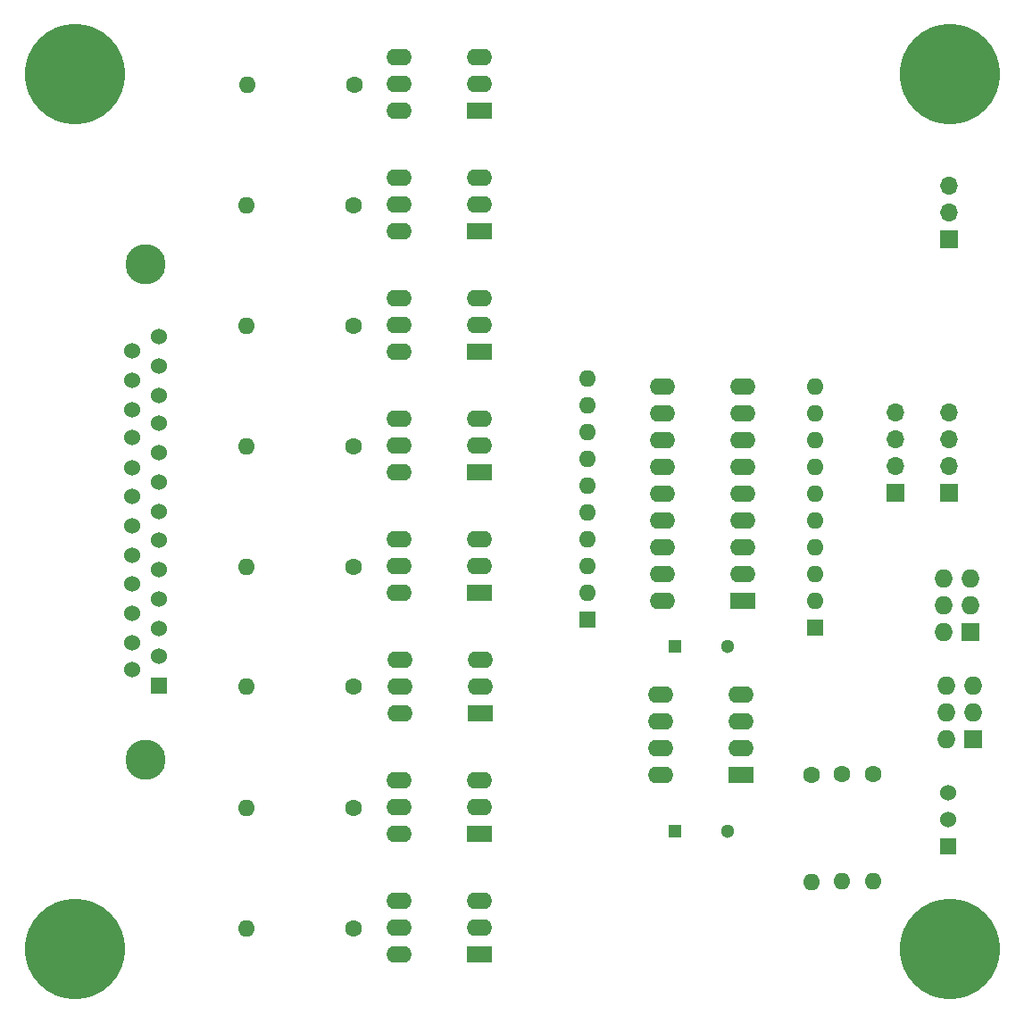
<source format=gts>
%TF.GenerationSoftware,KiCad,Pcbnew,(6.0.1)*%
%TF.CreationDate,2022-09-29T09:15:53-04:00*%
%TF.ProjectId,OptoOut8-I2C,4f70746f-4f75-4743-982d-4932432e6b69,X1*%
%TF.SameCoordinates,Original*%
%TF.FileFunction,Soldermask,Top*%
%TF.FilePolarity,Negative*%
%FSLAX46Y46*%
G04 Gerber Fmt 4.6, Leading zero omitted, Abs format (unit mm)*
G04 Created by KiCad (PCBNEW (6.0.1)) date 2022-09-29 09:15:53*
%MOMM*%
%LPD*%
G01*
G04 APERTURE LIST*
%ADD10C,1.600000*%
%ADD11O,1.600000X1.600000*%
%ADD12R,1.700000X1.700000*%
%ADD13O,1.700000X1.700000*%
%ADD14R,2.400000X1.600000*%
%ADD15O,2.400000X1.600000*%
%ADD16R,1.600000X1.600000*%
%ADD17C,3.810000*%
%ADD18R,1.524000X1.524000*%
%ADD19C,1.524000*%
%ADD20C,9.525000*%
%ADD21R,1.727200X1.727200*%
%ADD22O,1.727200X1.727200*%
%ADD23R,1.300000X1.300000*%
%ADD24C,1.300000*%
G04 APERTURE END LIST*
D10*
%TO.C,R11*%
X111750000Y-92370000D03*
D11*
X111750000Y-102530000D03*
%TD*%
D10*
%TO.C,R10*%
X108800000Y-92390000D03*
D11*
X108800000Y-102550000D03*
%TD*%
D10*
%TO.C,R9*%
X105900000Y-92420000D03*
D11*
X105900000Y-102580000D03*
%TD*%
D10*
%TO.C,R6*%
X62410000Y-84100000D03*
D11*
X52250000Y-84100000D03*
%TD*%
D10*
%TO.C,R5*%
X62460000Y-72700000D03*
D11*
X52300000Y-72700000D03*
%TD*%
D10*
%TO.C,R4*%
X62460000Y-61300000D03*
D11*
X52300000Y-61300000D03*
%TD*%
D10*
%TO.C,R3*%
X62460000Y-49900000D03*
D11*
X52300000Y-49900000D03*
%TD*%
D10*
%TO.C,R2*%
X62460000Y-38400000D03*
D11*
X52300000Y-38400000D03*
%TD*%
D10*
%TO.C,R1*%
X62510000Y-27000000D03*
D11*
X52350000Y-27000000D03*
%TD*%
D10*
%TO.C,R7*%
X62410000Y-95550000D03*
D11*
X52250000Y-95550000D03*
%TD*%
D10*
%TO.C,R8*%
X62460000Y-107000000D03*
D11*
X52300000Y-107000000D03*
%TD*%
D12*
%TO.C,J1*%
X118900000Y-41656000D03*
D13*
X118900000Y-39116000D03*
X118900000Y-36576000D03*
%TD*%
D14*
%TO.C,U10*%
X99225000Y-92450000D03*
D15*
X99225000Y-89910000D03*
X99225000Y-87370000D03*
X99225000Y-84830000D03*
X91605000Y-84830000D03*
X91605000Y-87370000D03*
X91605000Y-89910000D03*
X91605000Y-92450000D03*
%TD*%
D14*
%TO.C,U9*%
X99329000Y-75936000D03*
D15*
X99329000Y-73396000D03*
X99329000Y-70856000D03*
X99329000Y-68316000D03*
X99329000Y-65776000D03*
X99329000Y-63236000D03*
X99329000Y-60696000D03*
X99329000Y-58156000D03*
X99329000Y-55616000D03*
X91709000Y-55616000D03*
X91709000Y-58156000D03*
X91709000Y-60696000D03*
X91709000Y-63236000D03*
X91709000Y-65776000D03*
X91709000Y-68316000D03*
X91709000Y-70856000D03*
X91709000Y-73396000D03*
X91709000Y-75936000D03*
%TD*%
D14*
%TO.C,U8*%
X74422000Y-109474000D03*
D15*
X74422000Y-106934000D03*
X74422000Y-104394000D03*
X66802000Y-104394000D03*
X66802000Y-106934000D03*
X66802000Y-109474000D03*
%TD*%
%TO.C,U7*%
X66802000Y-98044000D03*
X66802000Y-95504000D03*
X66802000Y-92964000D03*
X74422000Y-92964000D03*
X74422000Y-95504000D03*
D14*
X74422000Y-98044000D03*
%TD*%
%TO.C,U6*%
X74437000Y-86599000D03*
D15*
X74437000Y-84059000D03*
X74437000Y-81519000D03*
X66817000Y-81519000D03*
X66817000Y-84059000D03*
X66817000Y-86599000D03*
%TD*%
D14*
%TO.C,U5*%
X74422000Y-75184000D03*
D15*
X74422000Y-72644000D03*
X74422000Y-70104000D03*
X66802000Y-70104000D03*
X66802000Y-72644000D03*
X66802000Y-75184000D03*
%TD*%
D14*
%TO.C,U4*%
X74422000Y-63754000D03*
D15*
X74422000Y-61214000D03*
X74422000Y-58674000D03*
X66802000Y-58674000D03*
X66802000Y-61214000D03*
X66802000Y-63754000D03*
%TD*%
D14*
%TO.C,U3*%
X74422000Y-52324000D03*
D15*
X74422000Y-49784000D03*
X74422000Y-47244000D03*
X66802000Y-47244000D03*
X66802000Y-49784000D03*
X66802000Y-52324000D03*
%TD*%
D14*
%TO.C,U2*%
X74422000Y-40894000D03*
D15*
X74422000Y-38354000D03*
X74422000Y-35814000D03*
X66802000Y-35814000D03*
X66802000Y-38354000D03*
X66802000Y-40894000D03*
%TD*%
D14*
%TO.C,U1*%
X74422000Y-29464000D03*
D15*
X74422000Y-26924000D03*
X74422000Y-24384000D03*
X66802000Y-24384000D03*
X66802000Y-26924000D03*
X66802000Y-29464000D03*
%TD*%
D16*
%TO.C,RP2*%
X106200000Y-78486000D03*
D11*
X106200000Y-75946000D03*
X106200000Y-73406000D03*
X106200000Y-70866000D03*
X106200000Y-68326000D03*
X106200000Y-65786000D03*
X106200000Y-63246000D03*
X106200000Y-60706000D03*
X106200000Y-58166000D03*
X106200000Y-55626000D03*
%TD*%
D16*
%TO.C,RP1*%
X84610000Y-77724000D03*
D11*
X84610000Y-75184000D03*
X84610000Y-72644000D03*
X84610000Y-70104000D03*
X84610000Y-67564000D03*
X84610000Y-65024000D03*
X84610000Y-62484000D03*
X84610000Y-59944000D03*
X84610000Y-57404000D03*
X84610000Y-54864000D03*
%TD*%
D17*
%TO.C,J7*%
X42700000Y-44005000D03*
X42700000Y-90995000D03*
D18*
X43970000Y-84010000D03*
D19*
X43970000Y-81216000D03*
X43970000Y-78549000D03*
X43970000Y-75755000D03*
X43970000Y-72961000D03*
X43970000Y-70167000D03*
X43970000Y-67500000D03*
X43970000Y-64706000D03*
X43970000Y-61912000D03*
X43970000Y-59118000D03*
X43970000Y-56451000D03*
X43970000Y-53657000D03*
X43970000Y-50863000D03*
X41430000Y-82435200D03*
X41430000Y-79895200D03*
X41430000Y-77101200D03*
X41430000Y-74358000D03*
X41430000Y-71614800D03*
X41430000Y-68820800D03*
X41430000Y-66077600D03*
X41430000Y-63334400D03*
X41430000Y-60489600D03*
X41430000Y-57797200D03*
X41430000Y-55054000D03*
X41430000Y-52260000D03*
%TD*%
D12*
%TO.C,J3*%
X118900000Y-65720000D03*
D13*
X118900000Y-63180000D03*
X118900000Y-60640000D03*
X118900000Y-58100000D03*
%TD*%
D12*
%TO.C,J2*%
X113820000Y-65720000D03*
D13*
X113820000Y-63180000D03*
X113820000Y-60640000D03*
X113820000Y-58100000D03*
%TD*%
D20*
%TO.C,MTG4*%
X36000000Y-26000000D03*
%TD*%
%TO.C,MTG3*%
X119000000Y-26000000D03*
%TD*%
%TO.C,MTG2*%
X36000000Y-109000000D03*
%TD*%
%TO.C,MTG1*%
X119000000Y-109000000D03*
%TD*%
D18*
%TO.C,J6*%
X118850000Y-99240000D03*
D19*
X118850000Y-96700000D03*
X118850000Y-94160000D03*
%TD*%
D21*
%TO.C,J4*%
X120932000Y-78928000D03*
D22*
X118392000Y-78928000D03*
X120932000Y-76388000D03*
X118392000Y-76388000D03*
X120932000Y-73848000D03*
X118392000Y-73848000D03*
%TD*%
D21*
%TO.C,J5*%
X121186000Y-89088000D03*
D22*
X118646000Y-89088000D03*
X121186000Y-86548000D03*
X118646000Y-86548000D03*
X121186000Y-84008000D03*
X118646000Y-84008000D03*
%TD*%
D23*
%TO.C,C1*%
X92964000Y-80264000D03*
D24*
X97964000Y-80264000D03*
%TD*%
D23*
%TO.C,C2*%
X92964000Y-97790000D03*
D24*
X97964000Y-97790000D03*
%TD*%
M02*

</source>
